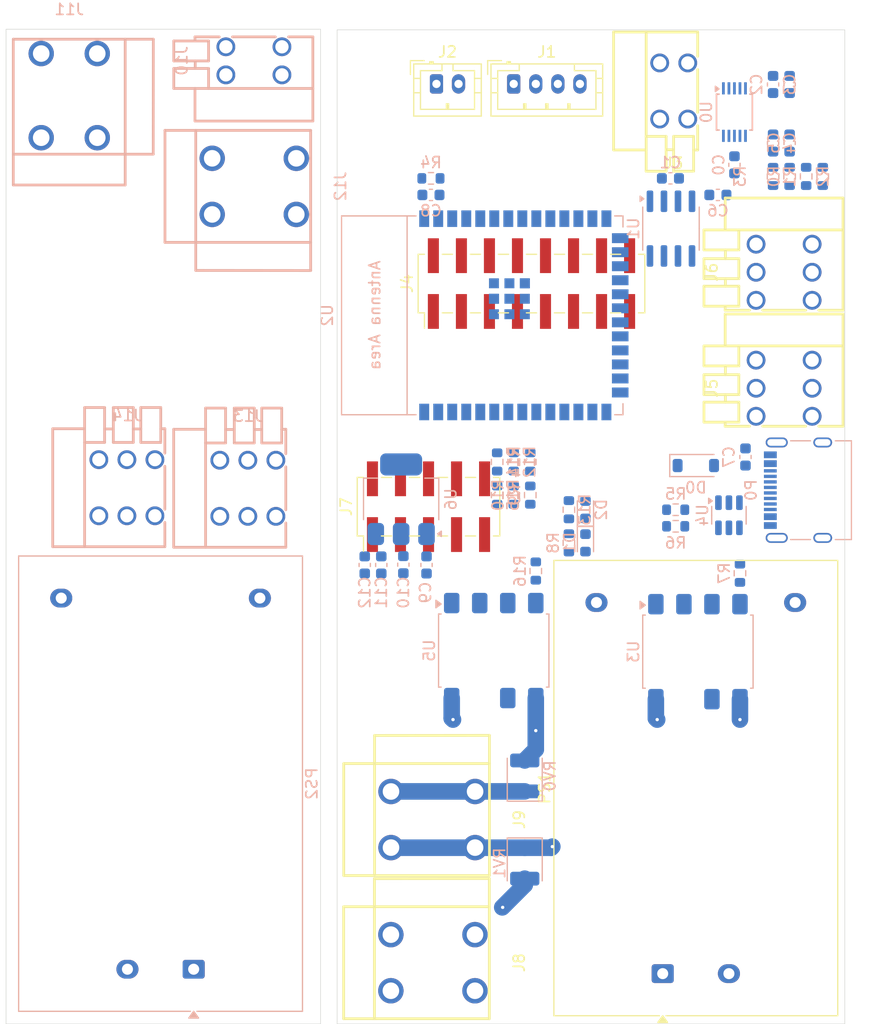
<source format=kicad_pcb>
(kicad_pcb (version 20241229) (generator "pcbnew") (generator_version "9.0")
  (layers (0 "F.Cu" signal) (4 "In1.Cu" signal) (6 "In2.Cu" signal) (2 "B.Cu" signal) (13 "F.Paste" user) (15 "B.Paste" user) (5 "F.SilkS" user "F.Silkscreen") (7 "B.SilkS" user "B.Silkscreen") (1 "F.Mask" user) (3 "B.Mask" user) (25 "Edge.Cuts" user))
  (net 0 "")
  (net 1 "GND")
  (net 2 "5V")
  (net 3 "HEATER")
  (net 4 "BREW_BTN")
  (net 5 "3.3V")
  (net 6 "SPI_MOSI")
  (net 7 "I2C_SCL")
  (net 8 "I2C_SDA")
  (net 9 "RDY")
  (net 10 "VALVE")
  (net 11 "/A13")
  (net 12 "SPI_CLK")
  (net 13 "STEAM_BTN")
  (net 14 "/A1")
  (net 15 "/A12")
  (net 16 "PUMP")
  (net 17 "/A3")
  (net 18 "USB_D+")
  (net 19 "/A2")
  (net 20 "/A4")
  (net 21 "MAX_SPI_CS")
  (net 22 "/A0")
  (net 23 "SPI_MISO")
  (net 24 "/K-Probe T+")
  (net 25 "/K-Probe T-")
  (net 26 "PRESSURE")
  (net 27 "USB_D-")
  (net 28 "BOOT")
  (net 29 "EN")
  (net 30 "/A9")
  (net 31 "HV_L")
  (net 32 "AIN1")
  (net 33 "AIN3")
  (net 34 "AIN2")
  (net 35 "ALT")
  (net 36 "Net-(U0-AIN0)")
  (net 37 "HV_N")
  (net 38 "HV_VALVE")
  (net 39 "HV_PUMP")
  (net 40 "Net-(U0-AIN1)")
  (net 41 "Net-(U0-AIN2)")
  (net 42 "Net-(U0-AIN3)")
  (net 43 "Net-(D0-A)")
  (net 44 "Net-(D2-K)")
  (net 45 "/A5")
  (net 46 "/A11")
  (net 47 "/A7")
  (net 48 "/A8")
  (net 49 "/A10")
  (net 50 "/A6")
  (net 51 "Net-(D1-K)")
  (net 68 "Net-(P0-D-)")
  (net 69 "Net-(P0-CC)")
  (net 70 "Net-(P0-D+)")
  (net 74 "Net-(P0-VCONN)")
  (net 75 "Net-(R7-Pad2)")
  (net 85 "Net-(R16-Pad2)")
  (footprint "Connector_PinHeader_2.54mm:PinHeader_2x05_P2.54mm_Vertical_SMD" (layer "F.Cu") (at 118.28 93.225 90)
    (property "Reference" "J7" (at 0 -7.46 90) (layer "F.SilkS"))
    (property "Value" "Debug Pins")
    (pad "1" smd rect (at -2.525 -5.08 90) (size 3.15 1) (layers "F.Cu" "F.Mask" "F.Paste") (net 23 "SPI_MISO"))
    (pad "2" smd rect (at 2.525 -5.08 90) (size 3.15 1) (layers "F.Cu" "F.Mask" "F.Paste") (net 10 "VALVE"))
    (pad "3" smd rect (at -2.525 -2.54 90) (size 3.15 1) (layers "F.Cu" "F.Mask" "F.Paste") (net 6 "SPI_MOSI"))
    (pad "4" smd rect (at 2.525 -2.54 90) (size 3.15 1) (layers "F.Cu" "F.Mask" "F.Paste") (net 16 "PUMP"))
    (pad "5" smd rect (at -2.525 0 90) (size 3.15 1) (layers "F.Cu" "F.Mask" "F.Paste") (net 12 "SPI_CLK"))
    (pad "6" smd rect (at 2.525 0 90) (size 3.15 1) (layers "F.Cu" "F.Mask" "F.Paste") (net 4 "BREW_BTN"))
    (pad "7" smd rect (at -2.525 2.54 90) (size 3.15 1) (layers "F.Cu" "F.Mask" "F.Paste") (net 21 "MAX_SPI_CS"))
    (pad "8" smd rect (at 2.525 2.54 90) (size 3.15 1) (layers "F.Cu" "F.Mask" "F.Paste") (net 13 "STEAM_BTN"))
    (pad "9" smd rect (at -2.525 5.08 90) (size 3.15 1) (layers "F.Cu" "F.Mask" "F.Paste") (net 3 "HEATER"))
    (pad "10" smd rect (at 2.525 5.08 90) (size 3.15 1) (layers "F.Cu" "F.Mask" "F.Paste") (net 35 "ALT"))
  )
  (footprint "easyeda2kicad:CONN-TH_3P-P2.54_DIBO_DB141V-2.54-3P" (layer "F.Cu") (at 150.5 82.5 90)
    (property "Reference" "J5" (at 0 -6.54 90) (layer "F.SilkS"))
    (property "Value" "Analog sensors")
    (pad "1" thru_hole circle (at -2.54 -2.54 90) (size 1.7 1.7) (drill 1.199998) (layers "*.Cu" "*.Mask") (net 33 "AIN3"))
    (pad "1" thru_hole circle (at -2.54 2.54 90) (size 1.7 1.7) (drill 1.199998) (layers "*.Cu" "*.Mask") (net 33 "AIN3"))
    (pad "2" thru_hole circle (at 0 -2.54 90) (size 1.7 1.7) (drill 1.199998) (layers "*.Cu" "*.Mask") (net 34 "AIN2"))
    (pad "2" thru_hole circle (at 0 2.54 90) (size 1.7 1.7) (drill 1.199998) (layers "*.Cu" "*.Mask") (net 34 "AIN2"))
    (pad "3" thru_hole circle (at 2.54 -2.54 90) (size 1.7 1.7) (drill 1.199998) (layers "*.Cu" "*.Mask") (net 32 "AIN1"))
    (pad "3" thru_hole circle (at 2.54 2.54 90) (size 1.7 1.7) (drill 1.199998) (layers "*.Cu" "*.Mask") (net 32 "AIN1"))
  )
  (footprint "easyeda2kicad:CONN-TH_3P-P2.54_DIBO_DB141V-2.54-3P" (layer "F.Cu") (at 150.5 72 90)
    (property "Reference" "J6" (at 0 -6.54 90) (layer "F.SilkS"))
    (property "Value" "Pressure Sensor")
    (pad "1" thru_hole circle (at -2.54 -2.54 90) (size 1.7 1.7) (drill 1.199998) (layers "*.Cu" "*.Mask") (net 2 "5V"))
    (pad "1" thru_hole circle (at -2.54 2.54 90) (size 1.7 1.7) (drill 1.199998) (layers "*.Cu" "*.Mask") (net 2 "5V"))
    (pad "2" thru_hole circle (at 0 -2.54 90) (size 1.7 1.7) (drill 1.199998) (layers "*.Cu" "*.Mask") (net 26 "PRESSURE"))
    (pad "2" thru_hole circle (at 0 2.54 90) (size 1.7 1.7) (drill 1.199998) (layers "*.Cu" "*.Mask") (net 26 "PRESSURE"))
    (pad "3" thru_hole circle (at 2.54 -2.54 90) (size 1.7 1.7) (drill 1.199998) (layers "*.Cu" "*.Mask") (net 1 "GND"))
    (pad "3" thru_hole circle (at 2.54 2.54 90) (size 1.7 1.7) (drill 1.199998) (layers "*.Cu" "*.Mask") (net 1 "GND"))
  )
  (footprint "Connector_JST:JST_PH_B4B-PH-K_1x04_P2.00mm_Vertical" (layer "F.Cu") (at 126 54.95)
    (property "Reference" "J1" (at 3 -2.9 0) (layer "F.SilkS"))
    (property "Value" "BTNS")
    (pad "1" thru_hole roundrect (at 0 0) (size 1.2 1.75) (drill 0.75) (layers "*.Cu" "*.Mask") (roundrect_rratio 0.208333) (net 4 "BREW_BTN"))
    (pad "2" thru_hole oval (at 2 0) (size 1.2 1.75) (drill 0.75) (layers "*.Cu" "*.Mask") (net 13 "STEAM_BTN"))
    (pad "3" thru_hole oval (at 4 0) (size 1.2 1.75) (drill 0.75) (layers "*.Cu" "*.Mask") (net 1 "GND"))
    (pad "4" thru_hole oval (at 6 0) (size 1.2 1.75) (drill 0.75) (layers "*.Cu" "*.Mask") (net 1 "GND"))
  )
  (footprint "Connector_JST:JST_PH_B2B-PH-K_1x02_P2.00mm_Vertical" (layer "F.Cu") (at 119 54.95)
    (property "Reference" "J2" (at 1 -2.9 0) (layer "F.SilkS"))
    (property "Value" "Heater SSR")
    (pad "1" thru_hole roundrect (at 0 0) (size 1.2 1.75) (drill 0.75) (layers "*.Cu" "*.Mask") (roundrect_rratio 0.208333) (net 3 "HEATER"))
    (pad "2" thru_hole oval (at 2 0) (size 1.2 1.75) (drill 0.75) (layers "*.Cu" "*.Mask") (net 1 "GND"))
  )
  (footprint "Connector_PinHeader_2.54mm:PinHeader_2x08_P2.54mm_Vertical_SMD" (layer "F.Cu") (at 127.61 73.025 90)
    (property "Reference" "J4" (at 0 -11.27 90) (layer "F.SilkS"))
    (property "Value" "Conn_02x08_Odd_Even")
    (pad "1" smd rect (at -2.525 -8.89 90) (size 3.15 1) (layers "F.Cu" "F.Mask" "F.Paste") (net 22 "/A0"))
    (pad "2" smd rect (at 2.525 -8.89 90) (size 3.15 1) (layers "F.Cu" "F.Mask" "F.Paste") (net 50 "/A6"))
    (pad "3" smd rect (at -2.525 -6.35 90) (size 3.15 1) (layers "F.Cu" "F.Mask" "F.Paste") (net 14 "/A1"))
    (pad "4" smd rect (at 2.525 -6.35 90) (size 3.15 1) (layers "F.Cu" "F.Mask" "F.Paste") (net 47 "/A7"))
    (pad "5" smd rect (at -2.525 -3.81 90) (size 3.15 1) (layers "F.Cu" "F.Mask" "F.Paste") (net 19 "/A2"))
    (pad "6" smd rect (at 2.525 -3.81 90) (size 3.15 1) (layers "F.Cu" "F.Mask" "F.Paste") (net 48 "/A8"))
    (pad "7" smd rect (at -2.525 -1.27 90) (size 3.15 1) (layers "F.Cu" "F.Mask" "F.Paste") (net 17 "/A3"))
    (pad "8" smd rect (at 2.525 -1.27 90) (size 3.15 1) (layers "F.Cu" "F.Mask" "F.Paste") (net 30 "/A9"))
    (pad "9" smd rect (at -2.525 1.27 90) (size 3.15 1) (layers "F.Cu" "F.Mask" "F.Paste") (net 20 "/A4"))
    (pad "10" smd rect (at 2.525 1.27 90) (size 3.15 1) (layers "F.Cu" "F.Mask" "F.Paste") (net 49 "/A10"))
    (pad "11" smd rect (at -2.525 3.81 90) (size 3.15 1) (layers "F.Cu" "F.Mask" "F.Paste") (net 45 "/A5"))
    (pad "12" smd rect (at 2.525 3.81 90) (size 3.15 1) (layers "F.Cu" "F.Mask" "F.Paste") (net 46 "/A11"))
    (pad "13" smd rect (at -2.525 6.35 90) (size 3.15 1) (layers "F.Cu" "F.Mask" "F.Paste") (net 5 "3.3V"))
    (pad "14" smd rect (at 2.525 6.35 90) (size 3.15 1) (layers "F.Cu" "F.Mask" "F.Paste") (net 1 "GND"))
    (pad "15" smd rect (at -2.525 8.89 90) (size 3.15 1) (layers "F.Cu" "F.Mask" "F.Paste") (net 2 "5V"))
    (pad "16" smd rect (at 2.525 8.89 90) (size 3.15 1) (layers "F.Cu" "F.Mask" "F.Paste") (net 1 "GND"))
  )
  (footprint "easyeda2kicad:CONN-TH_2P-P5.08_DIBO_DB142V-5.08-2P" (layer "F.Cu") (at 118.69 121.55 -90)
    (property "Reference" "J9" (at 0 -7.81 90) (layer "F.SilkS"))
    (property "Value" "Relays")
    (pad "1" thru_hole circle (at -2.54 -3.81 270) (size 2.3 2.3) (drill 1.500022) (layers "*.Cu" "*.Mask") (net 38 "HV_VALVE"))
    (pad "1" thru_hole circle (at -2.54 3.81 270) (size 2.3 2.3) (drill 1.500022) (layers "*.Cu" "*.Mask") (net 38 "HV_VALVE"))
    (pad "2" thru_hole circle (at 2.54 -3.81 270) (size 2.3 2.3) (drill 1.500022) (layers "*.Cu" "*.Mask") (net 39 "HV_PUMP"))
    (pad "2" thru_hole circle (at 2.54 3.81 270) (size 2.3 2.3) (drill 1.500022) (layers "*.Cu" "*.Mask") (net 39 "HV_PUMP"))
  )
  (footprint "Converter_ACDC:Converter_ACDC_Hi-Link_HLK-5Mxx" (layer "F.Cu") (at 139.5 135.5 90)
    (property "Reference" "PS1" (at 16.8 -10.7 90) (layer "F.SilkS"))
    (property "Value" "HLK-5M05")
    (pad "1" thru_hole roundrect (at 0 0 90) (size 1.7 2) (drill 1) (layers "*.Cu" "*.Mask") (roundrect_rratio 0.147059) (net 31 "HV_L"))
    (pad "2" thru_hole oval (at 0 6 90) (size 1.7 2) (drill 1) (layers "*.Cu" "*.Mask") (net 37 "HV_N"))
    (pad "3" thru_hole oval (at 33.6 -6 90) (size 1.7 2) (drill 1) (layers "*.Cu" "*.Mask") (net 1 "GND"))
    (pad "4" thru_hole oval (at 33.6 12 90) (size 1.7 2) (drill 1) (layers "*.Cu" "*.Mask") (net 2 "5V"))
  )
  (footprint "easyeda2kicad:CONN-TH_2P-P5.08_DIBO_DB142V-5.08-2P" (layer "F.Cu") (at 118.68 134.51 -90)
    (property "Reference" "J8" (at 0 -7.81 90) (layer "F.SilkS"))
    (property "Value" "HV In")
    (pad "1" thru_hole circle (at -2.54 -3.81 270) (size 2.3 2.3) (drill 1.500022) (layers "*.Cu" "*.Mask") (net 31 "HV_L"))
    (pad "1" thru_hole circle (at -2.54 3.81 270) (size 2.3 2.3) (drill 1.500022) (layers "*.Cu" "*.Mask") (net 31 "HV_L"))
    (pad "2" thru_hole circle (at 2.54 -3.81 270) (size 2.3 2.3) (drill 1.500022) (layers "*.Cu" "*.Mask") (net 37 "HV_N"))
    (pad "2" thru_hole circle (at 2.54 3.81 270) (size 2.3 2.3) (drill 1.500022) (layers "*.Cu" "*.Mask") (net 37 "HV_N"))
  )
  (footprint "easyeda2kicad:CONN-TH_2P-P2.54_DIBO_DB141V-2.54-2P" (layer "F.Cu") (at 140.5 55.59 180)
    (property "Reference" "J3" (at 0 -6.54 0) (layer "F.SilkS"))
    (property "Value" "K-Type probe")
    (pad "1" thru_hole circle (at -1.27 -2.54 180) (size 1.7 1.7) (drill 1.199998) (layers "*.Cu" "*.Mask") (net 24 "/K-Probe T+"))
    (pad "1" thru_hole circle (at -1.27 2.54 180) (size 1.7 1.7) (drill 1.199998) (layers "*.Cu" "*.Mask") (net 24 "/K-Probe T+"))
    (pad "2" thru_hole circle (at 1.27 -2.54 180) (size 1.7 1.7) (drill 1.199998) (layers "*.Cu" "*.Mask") (net 25 "/K-Probe T-"))
    (pad "2" thru_hole circle (at 1.27 2.54 180) (size 1.7 1.7) (drill 1.199998) (layers "*.Cu" "*.Mask") (net 25 "/K-Probe T-"))
  )
  (footprint "Package_SO:SSO-7-8_6.4x9.78mm_P2.54mm" (layer "B.Cu") (at 142.69 106.35 -90)
    (property "Reference" "U3" (at 0 5.84 90) (layer "B.SilkS") (effects (justify mirror)))
    (property "Value" "AQH2223A")
    (pad "1" smd roundrect (at -4.3 3.81 270) (size 1.85 1.4) (layers "B.Cu" "B.Mask" "B.Paste") (roundrect_rratio 0.178571) (net 75 "Net-(R7-Pad2)"))
    (pad "2" smd roundrect (at -4.3 1.27 270) (size 1.85 1.4) (layers "B.Cu" "B.Mask" "B.Paste") (roundrect_rratio 0.178571) (net 16 "PUMP"))
    (pad "3" smd roundrect (at -4.3 -1.27 270) (size 1.85 1.4) (layers "B.Cu" "B.Mask" "B.Paste") (roundrect_rratio 0.178571) (net 75 "Net-(R7-Pad2)"))
    (pad "4" smd roundrect (at -4.3 -3.81 270) (size 1.85 1.4) (layers "B.Cu" "B.Mask" "B.Paste") (roundrect_rratio 0.178571) (net 75 "Net-(R7-Pad2)"))
    (pad "5" smd roundrect (at 4.3 -3.81 270) (size 1.85 1.4) (layers "B.Cu" "B.Mask" "B.Paste") (roundrect_rratio 0.178571) (net 31 "HV_L"))
    (pad "6" smd roundrect (at 4.3 -1.27 270) (size 1.85 1.4) (layers "B.Cu" "B.Mask" "B.Paste") (roundrect_rratio 0.178571))
    (pad "8" smd roundrect (at 4.3 3.81 270) (size 1.85 1.4) (layers "B.Cu" "B.Mask" "B.Paste") (roundrect_rratio 0.178571) (net 39 "HV_PUMP"))
  )
  (footprint "Resistor_SMD:R_0603_1608Metric" (layer "B.Cu") (at 140.675 95 180)
    (property "Reference" "R6" (at 0 -1.5 0) (layer "B.SilkS") (effects (justify mirror)))
    (property "Value" "5.1k")
    (pad "1" smd roundrect (at -0.825 0 180) (size 0.8 0.95) (layers "B.Cu" "B.Mask" "B.Paste") (net 74 "Net-(P0-VCONN)"))
    (pad "2" smd roundrect (at 0.825 0 180) (size 0.8 0.95) (layers "B.Cu" "B.Mask" "B.Paste") (net 1 "GND"))
  )
  (footprint "Capacitor_SMD:C_0603_1608Metric" (layer "B.Cu") (at 118.1 98.5 -90)
    (property "Reference" "C9" (at 2.5 0.1 90) (layer "B.SilkS") (effects (justify mirror)))
    (property "Value" "22uF")
    (pad "1" smd roundrect (at -0.775 0 270) (size 0.9 0.95) (layers "B.Cu" "B.Mask" "B.Paste") (net 5 "3.3V"))
    (pad "2" smd roundrect (at 0.775 0 270) (size 0.9 0.95) (layers "B.Cu" "B.Mask" "B.Paste") (net 1 "GND"))
  )
  (footprint "Resistor_SMD:R_0603_1608Metric" (layer "B.Cu") (at 127.5 92.175 -90)
    (property "Reference" "R9" (at 0 1.43 90) (layer "B.SilkS") (effects (justify mirror)))
    (property "Value" "10k")
    (pad "1" smd roundrect (at -0.825 0 270) (size 0.8 0.95) (layers "B.Cu" "B.Mask" "B.Paste") (net 5 "3.3V"))
    (pad "2" smd roundrect (at 0.825 0 270) (size 0.8 0.95) (layers "B.Cu" "B.Mask" "B.Paste") (net 4 "BREW_BTN"))
  )
  (footprint "Package_SO:SOIC-8_3.9x4.9mm_P1.27mm" (layer "B.Cu") (at 140.25 68.05 -90)
    (property "Reference" "U1" (at 0 3.4 90) (layer "B.SilkS") (effects (justify mirror)))
    (property "Value" "MAX31855KASA")
    (pad "1" smd roundrect (at -2.475 1.905 270) (size 1.95 0.6) (layers "B.Cu" "B.Mask" "B.Paste") (net 1 "GND"))
    (pad "2" smd roundrect (at -2.475 0.635 270) (size 1.95 0.6) (layers "B.Cu" "B.Mask" "B.Paste") (net 25 "/K-Probe T-"))
    (pad "3" smd roundrect (at -2.475 -0.635 270) (size 1.95 0.6) (layers "B.Cu" "B.Mask" "B.Paste") (net 24 "/K-Probe T+"))
    (pad "4" smd roundrect (at -2.475 -1.905 270) (size 1.95 0.6) (layers "B.Cu" "B.Mask" "B.Paste") (net 5 "3.3V"))
    (pad "5" smd roundrect (at 2.475 -1.905 270) (size 1.95 0.6) (layers "B.Cu" "B.Mask" "B.Paste") (net 12 "SPI_CLK"))
    (pad "6" smd roundrect (at 2.475 -0.635 270) (size 1.95 0.6) (layers "B.Cu" "B.Mask" "B.Paste") (net 23 "SPI_MISO"))
    (pad "7" smd roundrect (at 2.475 0.635 270) (size 1.95 0.6) (layers "B.Cu" "B.Mask" "B.Paste") (net 21 "MAX_SPI_CS"))
    (pad "8" smd roundrect (at 2.475 1.905 270) (size 1.95 0.6) (layers "B.Cu" "B.Mask" "B.Paste"))
  )
  (footprint "Resistor_SMD:R_0603_1608Metric" (layer "B.Cu") (at 146.5 99.25 -90)
    (property "Reference" "R7" (at 0 1.43 90) (layer "B.SilkS") (effects (justify mirror)))
    (property "Value" "150")
    (pad "1" smd roundrect (at -0.825 0 270) (size 0.8 0.95) (layers "B.Cu" "B.Mask" "B.Paste") (net 1 "GND"))
    (pad "2" smd roundrect (at 0.825 0 270) (size 0.8 0.95) (layers "B.Cu" "B.Mask" "B.Paste") (net 75 "Net-(R7-Pad2)"))
  )
  (footprint "Capacitor_SMD:C_0603_1608Metric" (layer "B.Cu") (at 149.5 55 -90)
    (property "Reference" "C3" (at 0 -1.5 90) (layer "B.SilkS") (effects (justify mirror)))
    (property "Value" "22nF")
    (pad "1" smd roundrect (at -0.775 0 270) (size 0.9 0.95) (layers "B.Cu" "B.Mask" "B.Paste") (net 1 "GND"))
    (pad "2" smd roundrect (at 0.775 0 270) (size 0.9 0.95) (layers "B.Cu" "B.Mask" "B.Paste") (net 40 "Net-(U0-AIN1)"))
  )
  (footprint "Capacitor_SMD:C_0603_1608Metric" (layer "B.Cu") (at 140.2 63.5 180)
    (property "Reference" "C1" (at 0 1.43 0) (layer "B.SilkS") (effects (justify mirror)))
    (property "Value" "10nF")
    (pad "1" smd roundrect (at -0.775 0 180) (size 0.9 0.95) (layers "B.Cu" "B.Mask" "B.Paste") (net 24 "/K-Probe T+"))
    (pad "2" smd roundrect (at 0.775 0 180) (size 0.9 0.95) (layers "B.Cu" "B.Mask" "B.Paste") (net 25 "/K-Probe T-"))
  )
  (footprint "Package_SO:SSO-7-8_6.4x9.78mm_P2.54mm" (layer "B.Cu") (at 124.19 106.25 -90)
    (property "Reference" "U5" (at 0 5.84 90) (layer "B.SilkS") (effects (justify mirror)))
    (property "Value" "AQH2223A")
    (pad "1" smd roundrect (at -4.3 3.81 270) (size 1.85 1.4) (layers "B.Cu" "B.Mask" "B.Paste") (roundrect_rratio 0.178571) (net 85 "Net-(R16-Pad2)"))
    (pad "2" smd roundrect (at -4.3 1.27 270) (size 1.85 1.4) (layers "B.Cu" "B.Mask" "B.Paste") (roundrect_rratio 0.178571) (net 10 "VALVE"))
    (pad "3" smd roundrect (at -4.3 -1.27 270) (size 1.85 1.4) (layers "B.Cu" "B.Mask" "B.Paste") (roundrect_rratio 0.178571) (net 85 "Net-(R16-Pad2)"))
    (pad "4" smd roundrect (at -4.3 -3.81 270) (size 1.85 1.4) (layers "B.Cu" "B.Mask" "B.Paste") (roundrect_rratio 0.178571) (net 85 "Net-(R16-Pad2)"))
    (pad "5" smd roundrect (at 4.3 -3.81 270) (size 1.85 1.4) (layers "B.Cu" "B.Mask" "B.Paste") (roundrect_rratio 0.178571) (net 31 "HV_L"))
    (pad "6" smd roundrect (at 4.3 -1.27 270) (size 1.85 1.4) (layers "B.Cu" "B.Mask" "B.Paste") (roundrect_rratio 0.178571))
    (pad "8" smd roundrect (at 4.3 3.81 270) (size 1.85 1.4) (layers "B.Cu" "B.Mask" "B.Paste") (roundrect_rratio 0.178571) (net 38 "HV_VALVE"))
  )
  (footprint "Capacitor_SMD:C_0603_1608Metric" (layer "B.Cu") (at 112.5 98.5 -90)
    (property "Reference" "C12" (at 2.5 0 90) (layer "B.SilkS") (effects (justify mirror)))
    (property "Value" "10uF")
    (pad "1" smd roundrect (at -0.775 0 270) (size 0.9 0.95) (layers "B.Cu" "B.Mask" "B.Paste") (net 2 "5V"))
    (pad "2" smd roundrect (at 0.775 0 270) (size 0.9 0.95) (layers "B.Cu" "B.Mask" "B.Paste") (net 1 "GND"))
  )
  (footprint "Resistor_SMD:R_0603_1608Metric" (layer "B.Cu") (at 124.5 92.175 90)
    (property "Reference" "R15" (at 0 1.43 90) (layer "B.SilkS") (effects (justify mirror)))
    (property "Value" "10k")
    (pad "1" smd roundrect (at -0.825 0 90) (size 0.8 0.95) (layers "B.Cu" "B.Mask" "B.Paste") (net 13 "STEAM_BTN"))
    (pad "2" smd roundrect (at 0.825 0 90) (size 0.8 0.95) (layers "B.Cu" "B.Mask" "B.Paste") (net 5 "3.3V"))
  )
  (footprint "Resistor_SMD:R_0603_1608Metric" (layer "B.Cu") (at 131 93.5 90)
    (property "Reference" "R13" (at 0 1.43 90) (layer "B.SilkS") (effects (justify mirror)))
    (property "Value" "150")
    (pad "1" smd roundrect (at -0.825 0 90) (size 0.8 0.95) (layers "B.Cu" "B.Mask" "B.Paste") (net 44 "Net-(D2-K)"))
    (pad "2" smd roundrect (at 0.825 0 90) (size 0.8 0.95) (layers "B.Cu" "B.Mask" "B.Paste") (net 1 "GND"))
  )
  (footprint "LED_SMD:LED_0603_1608Metric" (layer "B.Cu") (at 132.5 96.5 -90)
    (property "Reference" "D1" (at 0 1.43 90) (layer "B.SilkS") (effects (justify mirror)))
    (property "Value" "5V LED")
    (pad "1" smd roundrect (at -0.7875 0 270) (size 0.875 0.95) (layers "B.Cu" "B.Mask" "B.Paste") (net 51 "Net-(D1-K)"))
    (pad "2" smd roundrect (at 0.7875 0 270) (size 0.875 0.95) (layers "B.Cu" "B.Mask" "B.Paste") (net 2 "5V"))
  )
  (footprint "Connector_USB:USB_C_Receptacle_Palconn_UTC16-G" (layer "B.Cu") (at 151.76 91.73 -90)
    (property "Reference" "P0" (at 0 4.26 90) (layer "B.SilkS") (effects (justify mirror)))
    (property "Value" "USB_C_Plug_USB2.0")
    (pad "" np_thru_hole circle (at -2.89 1.45 90) (size 0.6 0.6) (drill 0.6) (layers "F&B.Cu" "*.Mask"))
    (pad "" np_thru_hole circle (at 2.89 1.45 90) (size 0.6 0.6) (drill 0.6) (layers "F&B.Cu" "*.Mask"))
    (pad "A1" smd rect (at -3.2 2.51 270) (size 0.6 1.16) (layers "B.Cu" "B.Mask" "B.Paste") (net 1 "GND"))
    (pad "A4" smd rect (at -2.4 2.51 270) (size 0.6 1.16) (layers "B.Cu" "B.Mask" "B.Paste") (net 43 "Net-(D0-A)"))
    (pad "A5" smd rect (at -1.25 2.51 90) (size 0.3 1.16) (layers "B.Cu" "B.Mask" "B.Paste") (net 69 "Net-(P0-CC)"))
    (pad "A6" smd rect (at -0.25 2.51 90) (size 0.3 1.16) (layers "B.Cu" "B.Mask" "B.Paste") (net 70 "Net-(P0-D+)"))
    (pad "A7" smd rect (at 0.25 2.51 90) (size 0.3 1.16) (layers "B.Cu" "B.Mask" "B.Paste") (net 68 "Net-(P0-D-)"))
    (pad "A8" smd rect (at 1.25 2.51 90) (size 0.3 1.16) (layers "B.Cu" "B.Mask" "B.Paste"))
    (pad "A9" smd rect (at 2.4 2.51 270) (size 0.6 1.16) (layers "B.Cu" "B.Mask" "B.Paste") (net 43 "Net-(D0-A)"))
    (pad "A12" smd rect (at 3.2 2.51 270) (size 0.6 1.16) (layers "B.Cu" "B.Mask" "B.Paste") (net 1 "GND"))
    (pad "B1" smd rect (at 3.2 2.51 270) (size 0.6 1.16) (layers "B.Cu" "B.Mask" "B.Paste") (net 1 "GND"))
    (pad "B4" smd rect (at 2.4 2.51 270) (size 0.6 1.16) (layers "B.Cu" "B.Mask" "B.Paste") (net 43 "Net-(D0-A)"))
    (pad "B5" smd rect (at 1.75 2.51 90) (size 0.3 1.16) (layers "B.Cu" "B.Mask" "B.Paste") (net 74 "Net-(P0-VCONN)"))
    (pad "B6" smd rect (at 0.75 2.51 90) (size 0.3 1.16) (layers "B.Cu" "B.Mask" "B.Paste"))
    (pad "B7" smd rect (at -0.75 2.51 90) (size 0.3 1.16) (layers "B.Cu" "B.Mask" "B.Paste"))
    (pad "B8" smd rect (at -1.75 2.51 90) (size 0.3 1.16) (layers "B.Cu" "B.Mask" "B.Paste"))
    (pad "B9" smd rect (at -2.4 2.51 270) (size 0.6 1.16) (layers "B.Cu" "B.Mask" "B.Paste") (net 43 "Net-(D0-A)"))
    (pad "B12" smd rect (at -3.2 2.51 270) (size 0.6 1.16) (layers "B.Cu" "B.Mask" "B.Paste") (net 1 "GND"))
    (pad "S1" thru_hole oval (at -4.32 -2.24 180) (size 1.7 0.9) (drill oval 1.4 0.6) (property pad_prop_heatsink) (layers "*.Cu" "*.Mask") (net 1 "GND"))
    (pad "S1" thru_hole oval (at -4.32 1.93 180) (size 2 0.9) (drill oval 1.7 0.6) (property pad_prop_heatsink) (layers "*.Cu" "*.Mask") (net 1 "GND"))
    (pad "S1" thru_hole oval (at 4.32 -2.24 180) (size 1.7 0.9) (drill oval 1.4 0.6) (property pad_prop_heatsink) (layers "*.Cu" "*.Mask") (net 1 "GND"))
    (pad "S1" thru_hole oval (at 4.32 1.93 180) (size 2 0.9) (drill oval 1.7 0.6) (property pad_prop_heatsink) (layers "*.Cu" "*.Mask") (net 1 "GND"))
  )
  (footprint "PCM_Espressif:ESP32-S3-WROOM-1" (layer "B.Cu") (at 126.15 75.9 -90)
    (property "Reference" "U2" (at 0 17.05 90) (layer "B.SilkS") (effects (justify mirror)))
    (property "Value" "ESP32-S3-WROOM-1")
    (fp_text user "Antenna Area" (at 0 12.75 90) (layer "B.SilkS") (effects (justify mirror)))
    (pad "1" smd rect (at -8.75 8.26 270) (size 1.5 0.9) (layers "B.Cu" "B.Mask" "B.Paste") (net 1 "GND"))
    (pad "2" smd rect (at -8.75 6.99 270) (size 1.5 0.9) (layers "B.Cu" "B.Mask" "B.Paste") (net 5 "3.3V"))
    (pad "3" smd rect (at -8.75 5.72 270) (size 1.5 0.9) (layers "B.Cu" "B.Mask" "B.Paste") (net 29 "EN"))
    (pad "4" smd rect (at -8.75 4.45 270) (size 1.5 0.9) (layers "B.Cu" "B.Mask" "B.Paste") (net 23 "SPI_MISO"))
    (pad "5" smd rect (at -8.75 3.18 270) (size 1.5 0.9) (layers "B.Cu" "B.Mask" "B.Paste") (net 6 "SPI_MOSI"))
    (pad "6" smd rect (at -8.75 1.91 270) (size 1.5 0.9) (layers "B.Cu" "B.Mask" "B.Paste") (net 12 "SPI_CLK"))
    (pad "7" smd rect (at -8.75 0.64 270) (size 1.5 0.9) (layers "B.Cu" "B.Mask" "B.Paste") (net 21 "MAX_SPI_CS"))
    (pad "8" smd rect (at -8.75 -0.63 270) (size 1.5 0.9) (layers "B.Cu" "B.Mask" "B.Paste"))
    (pad "9" smd rect (at -8.75 -1.9 270) (size 1.5 0.9) (layers "B.Cu" "B.Mask" "B.Paste"))
    (pad "10" smd rect (at -8.75 -3.17 270) (size 1.5 0.9) (layers "B.Cu" "B.Mask" "B.Paste") (net 30 "/A9"))
    (pad "11" smd rect (at -8.75 -4.44 270) (size 1.5 0.9) (layers "B.Cu" "B.Mask" "B.Paste") (net 49 "/A10"))
    (pad "12" smd rect (at -8.75 -5.71 270) (size 1.5 0.9) (layers "B.Cu" "B.Mask" "B.Paste") (net 45 "/A5"))
    (pad "13" smd rect (at -8.75 -6.98 270) (size 1.5 0.9) (layers "B.Cu" "B.Mask" "B.Paste") (net 27 "USB_D-"))
    (pad "14" smd rect (at -8.75 -8.25 270) (size 1.5 0.9) (layers "B.Cu" "B.Mask" "B.Paste") (net 18 "USB_D+"))
    (pad "15" smd rect (at -6.985 -9.5 180) (size 1.5 0.9) (layers "B.Cu" "B.Mask" "B.Paste") (net 20 "/A4"))
    (pad "16" smd rect (at -5.715 -9.5 180) (size 1.5 0.9) (layers "B.Cu" "B.Mask" "B.Paste") (net 11 "/A13"))
    (pad "17" smd rect (at -4.445 -9.5 180) (size 1.5 0.9) (layers "B.Cu" "B.Mask" "B.Paste") (net 16 "PUMP"))
    (pad "18" smd rect (at -3.175 -9.5 180) (size 1.5 0.9) (layers "B.Cu" "B.Mask" "B.Paste") (net 10 "VALVE"))
    (pad "19" smd rect (at -1.905 -9.5 180) (size 1.5 0.9) (layers "B.Cu" "B.Mask" "B.Paste") (net 50 "/A6"))
    (pad "20" smd rect (at -0.635 -9.5 180) (size 1.5 0.9) (layers "B.Cu" "B.Mask" "B.Paste") (net 47 "/A7"))
    (pad "21" smd rect (at 0.635 -9.5 180) (size 1.5 0.9) (layers "B.Cu" "B.Mask" "B.Paste") (net 48 "/A8"))
    (pad "22" smd rect (at 1.905 -9.5 180) (size 1.5 0.9) (layers "B.Cu" "B.Mask" "B.Paste") (net 3 "HEATER"))
    (pad "23" smd rect (at 3.175 -9.5 180) (size 1.5 0.9) (layers "B.Cu" "B.Mask" "B.Paste") (net 46 "/A11"))
    (pad "24" smd rect (at 4.445 -9.5 180) (size 1.5 0.9) (layers "B.Cu" "B.Mask" "B.Paste") (net 35 "ALT"))
    (pad "25" smd rect (at 5.715 -9.5 180) (size 1.5 0.9) (layers "B.Cu" "B.Mask" "B.Paste") (net 13 "STEAM_BTN"))
    (pad "26" smd rect (at 6.985 -9.5 180) (size 1.5 0.9) (layers "B.Cu" "B.Mask" "B.Paste") (net 15 "/A12"))
    (pad "27" smd rect (at 8.75 -8.25 90) (size 1.5 0.9) (layers "B.Cu" "B.Mask" "B.Paste") (net 28 "BOOT"))
    (pad "28" smd rect (at 8.75 -6.98 90) (size 1.5 0.9) (layers "B.Cu" "B.Mask" "B.Paste"))
    (pad "29" smd rect (at 8.75 -5.71 90) (size 1.5 0.9) (layers "B.Cu" "B.Mask" "B.Paste"))
    (pad "30" smd rect (at 8.75 -4.44 90) (size 1.5 0.9) (layers "B.Cu" "B.Mask" "B.Paste"))
    (pad "31" smd rect (at 8.75 -3.17 90) (size 1.5 0.9) (layers "B.Cu" "B.Mask" "B.Paste") (net 4 "BREW_BTN"))
    (pad "32" smd rect (at 8.75 -1.9 90) (size 1.5 0.9) (layers "B.Cu" "B.Mask" "B.Paste"))
    (pad "33" smd rect (at 8.75 -0.63 90) (size 1.5 0.9) (layers "B.Cu" "B.Mask" "B.Paste") (net 9 "RDY"))
    (pad "34" smd rect (at 8.75 0.64 90) (size 1.5 0.9) (layers "B.Cu" "B.Mask" "B.Paste") (net 7 "I2C_SCL"))
    (pad "35" smd rect (at 8.75 1.91 90) (size 1.5 0.9) (layers "B.Cu" "B.Mask" "B.Paste") (net 8 "I2C_SDA"))
    (pad "36" smd rect (at 8.75 3.18 90) (size 1.5 0.9) (layers "B.Cu" "B.Mask" "B.Paste") (net 14 "/A1"))
    (pad "37" smd rect (at 8.75 4.45 90) (size 1.5 0.9) (layers "B.Cu" "B.Mask" "B.Paste") (net 22 "/A0"))
    (pad "38" smd rect (at 8.75 5.72 90) (size 1.5 0.9) (layers "B.Cu" "B.Mask" "B.Paste") (net 17 "/A3"))
    (pad "39" smd rect (at 8.75 6.99 90) (size 1.5 0.9) (layers "B.Cu" "B.Mask" "B.Paste") (net 19 "/A2"))
    (pad "40" smd rect (at 8.75 8.26 90) (size 1.5 0.9) (layers "B.Cu" "B.Mask" "B.Paste") (net 1 "GND"))
    (pad "41" smd rect (at -2.9 -0.86 90) (size 0.9 0.9) (layers "B.Cu" "B.Mask" "B.Paste") (net 1 "GND"))
    (pad "41" smd rect (at -2.9 -0.86 90) (size 0.9 0.9) (layers "B.Cu" "B.Mask" "B.Paste") (net 1 "GND"))
    (pad "41" smd rect (at -2.9 0.54 90) (size 0.9 0.9) (layers "B.Cu" "B.Mask" "B.Paste") (net 1 "GND"))
    (pad "41" smd rect (at -2.9 1.94 90) (size 0.9 0.9) (layers "B.Cu" "B.Mask" "B.Paste") (net 1 "GND"))
    (pad "41" smd rect (at -1.5 -0.86 90) (size 0.9 0.9) (layers "B.Cu" "B.Mask" "B.Paste") (net 1 "GND"))
    (pad "41" smd rect (at -1.5 0.54 90) (size 0.9 0.9) (layers "B.Cu" "B.Mask" "B.Paste") (net 1 "GND"))
    (pad "41" smd rect (at -1.5 1.94 90) (size 0.9 0.9) (layers "B.Cu" "B.Mask" "B.Paste") (net 1 "GND"))
    (pad "41" smd rect (at -1.5 1.94 90) (size 0.9 0.9) (layers "B.Cu" "B.Mask" "B.Paste") (net 1 "GND"))
    (pad "41" smd rect (at -0.1 -0.86 90) (size 0.9 0.9) (layers "B.Cu" "B.Mask" "B.Paste") (net 1 "GND"))
    (pad "41" smd rect (at -0.1 0.54 90) (size 0.9 0.9) (layers "B.Cu" "B.Mask" "B.Paste") (net 1 "GND"))
    (pad "41" smd rect (at -0.1 1.94 90) (size 0.9 0.9) (layers "B.Cu" "B.Mask" "B.Paste") (net 1 "GND"))
  )
  (footprint "easyeda2kicad:CONN-TH_2P-P5.08_DIBO_DB142V-5.08-2P" (layer "B.Cu") (at 85.725 56.01 180)
    (property "Reference" "J11" (at 0 7.81 0) (layer "B.SilkS") (effects (justify mirror)))
    (property "Value" "HV In")
    (pad "1" thru_hole circle (at -2.54 -3.81 180) (size 2.3 2.3) (drill 1.500022) (layers "*.Cu" "*.Mask"))
    (pad "1" thru_hole circle (at -2.54 3.81 180) (size 2.3 2.3) (drill 1.500022) (layers "*.Cu" "*.Mask"))
    (pad "2" thru_hole circle (at 2.54 -3.81 180) (size 2.3 2.3) (drill 1.500022) (layers "*.Cu" "*.Mask"))
    (pad "2" thru_hole circle (at 2.54 3.81 180) (size 2.3 2.3) (drill 1.500022) (layers "*.Cu" "*.Mask"))
  )
  (footprint "Capacitor_SMD:C_0603_1608Metric" (layer "B.Cu") (at 114 98.5 90)
    (property "Reference" "C11" (at -2.5 0 270) (layer "B.SilkS") (effects (justify mirror)))
    (property "Value" "0.1uF")
    (pad "1" smd roundrect (at -0.775 0 90) (size 0.9 0.95) (layers "B.Cu" "B.Mask" "B.Paste") (net 1 "GND"))
    (pad "2" smd roundrect (at 0.775 0 90) (size 0.9 0.95) (layers "B.Cu" "B.Mask" "B.Paste") (net 2 "5V"))
  )
  (footprint "Resistor_SMD:R_0603_1608Metric" (layer "B.Cu") (at 124.5 89.175 90)
    (property "Reference" "R11" (at 0 1.43 90) (layer "B.SilkS") (effects (justify mirror)))
    (property "Value" "3.3k")
    (pad "1" smd roundrect (at -0.825 0 90) (size 0.8 0.95) (layers "B.Cu" "B.Mask" "B.Paste") (net 5 "3.3V"))
    (pad "2" smd roundrect (at 0.825 0 90) (size 0.8 0.95) (layers "B.Cu" "B.Mask" "B.Paste") (net 8 "I2C_SDA"))
  )
  (footprint "Capacitor_SMD:C_0603_1608Metric" (layer "B.Cu") (at 151 60.3 -90)
    (property "Reference" "C5" (at 0 1.43 90) (layer "B.SilkS") (effects (justify mirror)))
    (property "Value" "22nF")
    (pad "1" smd roundrect (at -0.775 0 270) (size 0.9 0.95) (layers "B.Cu" "B.Mask" "B.Paste") (net 1 "GND"))
    (pad "2" smd roundrect (at 0.775 0 270) (size 0.9 0.95) (layers "B.Cu" "B.Mask" "B.Paste") (net 42 "Net-(U0-AIN3)"))
  )
  (footprint "Resistor_SMD:R_0603_1608Metric" (layer "B.Cu") (at 118.5 63.5 180)
    (property "Reference" "R4" (at 0 1.43 0) (layer "B.SilkS") (effects (justify mirror)))
    (property "Value" "10k")
    (pad "1" smd roundrect (at -0.825 0 180) (size 0.8 0.95) (layers "B.Cu" "B.Mask" "B.Paste") (net 5 "3.3V"))
    (pad "2" smd roundrect (at 0.825 0 180) (size 0.8 0.95) (layers "B.Cu" "B.Mask" "B.Paste") (net 29 "EN"))
  )
  (footprint "easyeda2kicad:CONN-TH_2P-P5.08_DIBO_DB142V-5.08-2P" (layer "B.Cu") (at 102.49 64.225 90)
    (property "Reference" "J12" (at 0 7.81 90) (layer "B.SilkS") (effects (justify mirror)))
    (property "Value" "Relays")
    (pad "1" thru_hole circle (at -2.54 -3.81 90) (size 2.3 2.3) (drill 1.500022) (layers "*.Cu" "*.Mask"))
    (pad "1" thru_hole circle (at -2.54 3.81 90) (size 2.3 2.3) (drill 1.500022) (layers "*.Cu" "*.Mask"))
    (pad "2" thru_hole circle (at 2.54 -3.81 90) (size 2.3 2.3) (drill 1.500022) (layers "*.Cu" "*.Mask"))
    (pad "2" thru_hole circle (at 2.54 3.81 90) (size 2.3 2.3) (drill 1.500022) (layers "*.Cu" "*.Mask"))
  )
  (footprint "Resistor_SMD:R_0603_1608Metric" (layer "B.Cu") (at 127.5 89.175 -90)
    (property "Reference" "R14" (at 0 1.43 90) (layer "B.SilkS") (effects (justify mirror)))
    (property "Value" "10k")
    (pad "1" smd roundrect (at -0.825 0 270) (size 0.8 0.95) (layers "B.Cu" "B.Mask" "B.Paste") (net 28 "BOOT"))
    (pad "2" smd roundrect (at 0.825 0 270) (size 0.8 0.95) (layers "B.Cu" "B.Mask" "B.Paste") (net 5 "3.3V"))
  )
  (footprint "easyeda2kicad:CONN-TH_3P-P2.54_DIBO_DB141V-2.54-3P" (layer "B.Cu") (at 101.91 91.5575 180)
    (property "Reference" "J13" (at 0 6.54 0) (layer "B.SilkS") (effects (justify mirror)))
    (property "Value" "Analog sensors")
    (pad "1" thru_hole circle (at -2.54 -2.54 180) (size 1.7 1.7) (drill 1.199998) (layers "*.Cu" "*.Mask"))
    (pad "1" thru_hole circle (at -2.54 2.54 180) (size 1.7 1.7) (drill 1.199998) (layers "*.Cu" "*.Mask"))
    (pad "2" thru_hole circle (at 0 -2.54 180) (size 1.7 1.7) (drill 1.199998) (layers "*.Cu" "*.Mask"))
    (pad "2" thru_hole circle (at 0 2.54 180) (size 1.7 1.7) (drill 1.199998) (layers "*.Cu" "*.Mask"))
    (pad "3" thru_hole circle (at 2.54 -2.54 180) (size 1.7 1.7) (drill 1.199998) (layers "*.Cu" "*.Mask"))
    (pad "3" thru_hole circle (at 2.54 2.54 180) (size 1.7 1.7) (drill 1.199998) (layers "*.Cu" "*.Mask"))
  )
  (footprint "Resistor_SMD:R_0603_1608Metric" (layer "B.Cu") (at 149.5 63.325 -90)
    (property "Reference" "R3" (at 0 3 90) (layer "B.SilkS") (effects (justify mirror)))
    (property "Value" "845")
    (pad "1" smd roundrect (at -0.825 0 270) (size 0.8 0.95) (layers "B.Cu" "B.Mask" "B.Paste") (net 41 "Net-(U0-AIN2)"))
    (pad "2" smd roundrect (at 0.825 0 270) (size 0.8 0.95) (layers "B.Cu" "B.Mask" "B.Paste") (net 34 "AIN2"))
  )
  (footprint "Resistor_SMD:R_0603_1608Metric" (layer "B.Cu") (at 126 92.175 -90)
    (property "Reference" "R10" (at 0 1.43 90) (layer "B.SilkS") (effects (justify mirror)))
    (property "Value" "3.3k")
    (pad "1" smd roundrect (at -0.825 0 270) (size 0.8 0.95) (layers "B.Cu" "B.Mask" "B.Paste") (net 5 "3.3V"))
    (pad "2" smd roundrect (at 0.825 0 270) (size 0.8 0.95) (layers "B.Cu" "B.Mask" "B.Paste") (net 9 "RDY"))
  )
  (footprint "Capacitor_SMD:C_0603_1608Metric" (layer "B.Cu") (at 146 62.275 -90)
    (property "Reference" "C0" (at 0 1.43 90) (layer "B.SilkS") (effects (justify mirror)))
    (property "Value" "0.1uF")
    (pad "1" smd roundrect (at -0.775 0 270) (size 0.9 0.95) (layers "B.Cu" "B.Mask" "B.Paste") (net 5 "3.3V"))
    (pad "2" smd roundrect (at 0.775 0 270) (size 0.9 0.95) (layers "B.Cu" "B.Mask" "B.Paste") (net 1 "GND"))
  )
  (footprint "Resistor_SMD:R_0603_1608Metric" (layer "B.Cu") (at 154 63.325 -90)
    (property "Reference" "R1" (at 0 3 90) (layer "B.SilkS") (effects (justify mirror)))
    (property "Value" "845")
    (pad "1" smd roundrect (at -0.825 0 270) (size 0.8 0.95) (layers "B.Cu" "B.Mask" "B.Paste") (net 36 "Net-(U0-AIN0)"))
    (pad "2" smd roundrect (at 0.825 0 270) (size 0.8 0.95) (layers "B.Cu" "B.Mask" "B.Paste") (net 26 "PRESSURE"))
  )
  (footprint "Resistor_SMD:R_0603_1608Metric" (layer "B.Cu") (at 131 96.5 -90)
    (property "Reference" "R8" (at 0 1.43 90) (layer "B.SilkS") (effects (justify mirror)))
    (property "Value" "200")
    (pad "1" smd roundrect (at -0.825 0 270) (size 0.8 0.95) (layers "B.Cu" "B.Mask" "B.Paste") (net 51 "Net-(D1-K)"))
    (pad "2" smd roundrect (at 0.825 0 270) (size 0.8 0.95) (layers "B.Cu" "B.Mask" "B.Paste") (net 1 "GND"))
  )
  (footprint "easyeda2kicad:CONN-TH_2P-P2.54_DIBO_DB141V-2.54-2P" (layer "B.Cu") (at 102.46 52.86 -90)
    (property "Reference" "J10" (at 0 6.54 90) (layer "B.SilkS") (effects (justify mirror)))
    (property "Value" "K-Type probe")
    (pad "1" thru_hole circle (at -1.27 -2.54 270) (size 1.7 1.7) (drill 1.199998) (layers "*.Cu" "*.Mask"))
    (pad "1" thru_hole circle (at -1.27 2.54 270) (size 1.7 1.7) (drill 1.199998) (layers "*.Cu" "*.Mask"))
    (pad "2" thru_hole circle (at 1.27 -2.54 270) (size 1.7 1.7) (drill 1.199998) (layers "*.Cu" "*.Mask"))
    (pad "2" thru_hole circle (at 1.27 2.54 270) (size 1.7 1.7) (drill 1.199998) (layers "*.Cu" "*.Mask"))
  )
  (footprint "Capacitor_SMD:C_0603_1608Metric" (layer "B.Cu") (at 118.5 65)
    (property "Reference" "C8" (at 0 1.43 180) (layer "B.SilkS") (effects (justify mirror)))
    (property "Value" "10uF")
    (pad "1" smd roundrect (at -0.775 0) (size 0.9 0.95) (layers "B.Cu" "B.Mask" "B.Paste") (net 1 "GND"))
    (pad "2" smd roundrect (at 0.775 0) (size 0.9 0.95) (layers "B.Cu" "B.Mask" "B.Paste") (net 5 "3.3V"))
  )
  (footprint "Resistor_SMD:R_0603_1608Metric" (layer "B.Cu") (at 140.675 93.5 180)
    (property "Reference" "R5" (at 0 1.43 0) (layer "B.SilkS") (effects (justify mirror)))
    (property "Value" "5.1k")
    (pad "1" smd roundrect (at -0.825 0 180) (size 0.8 0.95) (layers "B.Cu" "B.Mask" "B.Paste") (net 69 "Net-(P0-CC)"))
    (pad "2" smd roundrect (at 0.825 0 180) (size 0.8 0.95) (layers "B.Cu" "B.Mask" "B.Paste") (net 1 "GND"))
  )
  (footprint "Diode_SMD:D_1210_3225Metric" (layer "B.Cu") (at 127 125.5 -90)
    (property "Reference" "RV1" (at 0 2.28 90) (layer "B.SilkS") (effects (justify mirror)))
    (property "Value" "Varistor")
    (pad "1" smd roundrect (at -1.4 0 270) (size 1.25 2.65) (layers "B.Cu" "B.Mask" "B.Paste") (roundrect_rratio 0.2) (net 39 "HV_PUMP"))
    (pad "2" smd roundrect (at 1.4 0 270) (size 1.25 2.65) (layers "B.Cu" "B.Mask" "B.Paste") (roundrect_rratio 0.2) (net 31 "HV_L"))
  )
  (footprint "Resistor_SMD:R_0603_1608Metric" (layer "B.Cu") (at 128 99.05 -90)
    (property "Reference" "R16" (at 0 1.43 90) (layer "B.SilkS") (effects (justify mirror)))
    (property "Value" "150")
    (pad "1" smd roundrect (at -0.825 0 270) (size 0.8 0.95) (layers "B.Cu" "B.Mask" "B.Paste") (net 1 "GND"))
    (pad "2" smd roundrect (at 0.825 0 270) (size 0.8 0.95) (layers "B.Cu" "B.Mask" "B.Paste") (net 85 "Net-(R16-Pad2)"))
  )
  (footprint "Package_TO_SOT_SMD:SOT-223-3_TabPin2" (layer "B.Cu") (at 115.8 92.55 90)
    (property "Reference" "U6" (at 0 4.5 90) (layer "B.SilkS") (effects (justify mirror)))
    (property "Value" "AMS1117-3.3")
    (pad "1" smd roundrect (at -3.15 2.3 90) (size 2 1.5) (layers "B.Cu" "B.Mask" "B.Paste") (net 1 "GND"))
    (pad "2" smd roundrect (at -3.15 0 90) (size 2 1.5) (layers "B.Cu" "B.Mask" "B.Paste") (net 5 "3.3V"))
    (pad "2" smd roundrect (at 3.15 0 90) (size 2 3.8) (layers "B.Cu" "B.Mask" "B.Paste") (net 5 "3.3V"))
    (pad "3" smd roundrect (at -3.15 -2.3 90) (size 2 1.5) (layers "B.Cu" "B.Mask" "B.Paste") (net 2 "5V"))
  )
  (footprint "Package_TO_SOT_SMD:SOT-23-6" (layer "B.Cu") (at 145.5 94 -90)
    (property "Reference" "U4" (at 0 2.4 90) (layer "B.SilkS") (effects (justify mirror)))
    (property "Value" "USBLC6-2SC6")
    (pad "1" smd roundrect (at -1.1375 0.95 270) (size 1.325 0.6) (layers "B.Cu" "B.Mask" "B.Paste") (net 68 "Net-(P0-D-)"))
    (pad "2" smd roundrect (at -1.1375 0 270) (size 1.325 0.6) (layers "B.Cu" "B.Mask" "B.Paste") (net 1 "GND"))
    (pad "3" smd roundrect (at -1.1375 -0.95 270) (size 1.325 0.6) (layers "B.Cu" "B.Mask" "B.Paste") (net 70 "Net-(P0-D+)"))
    (pad "4" smd roundrect (at 1.1375 -0.95 270) (size 1.325 0.6) (layers "B.Cu" "B.Mask" "B.Paste") (net 18 "USB_D+"))
    (pad "5" smd roundrect (at 1.1375 0 270) (size 1.325 0.6) (layers "B.Cu" "B.Mask" "B.Paste") (net 43 "Net-(D0-A)"))
    (pad "6" smd roundrect (at 1.1375 0.95 270) (size 1.325 0.6) (layers "B.Cu" "B.Mask" "B.Paste") (net 27 "USB_D-"))
  )
  (footprint "Capacitor_SMD:C_0603_1608Metric" (layer "B.Cu") (at 144.5 65)
    (property "Reference" "C6" (at 0 1.43 0) (layer "B.SilkS") (effects (justify mirror)))
    (property "Value" "0.1uF")
    (pad "1" smd roundrect (at -0.775 0) (size 0.9 0.95) (layers "B.Cu" "B.Mask" "B.Paste") (net 5 "3.3V"))
    (pad "2" smd roundrect (at 0.775 0) (size 0.9 0.95) (layers "B.Cu" "B.Mask" "B.Paste") (net 1 "GND"))
  )
  (footprint "Capacitor_SMD:C_0603_1608Metric" (layer "B.Cu") (at 151 55 90)
    (property "Reference" "C2" (at 0 -3 90) (layer "B.SilkS") (effects (justify mirror)))
    (property "Value" "22nF")
    (pad "1" smd roundrect (at -0.775 0 90) (size 0.9 0.95) (layers "B.Cu" "B.Mask" "B.Paste") (net 36 "Net-(U0-AIN0)"))
    (pad "2" smd roundrect (at 0.775 0 90) (size 0.9 0.95) (layers "B.Cu" "B.Mask" "B.Paste") (net 1 "GND"))
  )
  (footprint "Diode_SMD:D_SOD-123" (layer "B.Cu") (at 142.5 89.5)
    (property "Reference" "D0" (at 0 2 0) (layer "B.SilkS") (effects (justify mirror)))
    (property "Value" "1N5817")
    (pad "1" smd roundrect (at -1.65 0) (size 0.9 1.2) (layers "B.Cu" "B.Mask" "B.Paste") (net 2 "5V"))
    (pad "2" smd roundrect (at 1.65 0) (size 0.9 1.2) (layers "B.Cu" "B.Mask" "B.Paste") (net 43 "Net-(D0-A)"))
  )
  (footprint "easyeda2kicad:CONN-TH_3P-P2.54_DIBO_DB141V-2.54-3P" (layer "B.Cu") (at 90.95 91.5075 180)
    (property "Reference" "J14" (at 0 6.54 0) (layer "B.SilkS") (effects (justify mirror)))
    (property "Value" "Pressure Sensor")
    (pad "1" thru_hole circle (at -2.54 -2.54 180) (size 1.7 1.7) (drill 1.199998) (layers "*.Cu" "*.Mask"))
    (pad "1" thru_hole circle (at -2.54 2.54 180) (size 1.7 1.7) (drill 1.199998) (layers "*.Cu" "*.Mask"))
    (pad "2" thru_hole circle (at 0 -2.54 180) (size 1.7 1.7) (drill 1.199998) (layers "*.Cu" "*.Mask"))
    (pad "2" thru_hole circle (at 0 2.54 180) (size 1.7 1.7) (drill 1.199998) (layers "*.Cu" "*.Mask"))
    (pad "3" thru_hole circle (at 2.54 -2.54 180) (size 1.7 1.7) (drill 1.199998) (layers "*.Cu" "*.Mask"))
    (pad "3" thru_hole circle (at 2.54 2.54 180) (size 1.7 1.7) (drill 1.199998) (layers "*.Cu" "*.Mask"))
  )
  (footprint "Resistor_SMD:R_0603_1608Metric" (layer "B.Cu") (at 151 63.325 -90)
    (property "Reference" "R0" (at 0 1.43 90) (layer "B.SilkS") (effects (justify mirror)))
    (property "Value" "845")
    (pad "1" smd roundrect (at -0.825 0 270) (size 0.8 0.95) (layers "B.Cu" "B.Mask" "B.Paste") (net 42 "Net-(U0-AIN3)"))
    (pad "2" smd roundrect (at 0.825 0 270) (size 0.8 0.95) (layers "B.Cu" "B.Mask" "B.Paste") (net 33 "AIN3"))
  )
  (footprint "Diode_SMD:D_1210_3225Metric" (layer "B.Cu") (at 127 117.6 90)
    (property "Reference" "RV0" (at 0 2.28 90) (layer "B.SilkS") (effects (justify mirror)))
    (property "Value" "Varistor")
    (pad "1" smd roundrect (at -1.4 0 90) (size 1.25 2.65) (layers "B.Cu" "B.Mask" "B.Paste") (roundrect_rratio 0.2) (net 38 "HV_VALVE"))
    (pad "2" smd roundrect (at 1.4 0 90) (size 1.25 2.65) (layers "B.Cu" "B.Mask" "B.Paste") (roundrect_rratio 0.2) (net 31 "HV_L"))
  )
  (footprint "Package_SO:TSSOP-10_3x3mm_P0.5mm" (layer "B.Cu") (at 146 57.5 -90)
    (property "Reference" "U0" (at 0 2.55 90) (layer "B.SilkS") (effects (justify mirror)))
    (property "Value" "ADS1115IDGS")
    (pad "1" smd rect (at -2.15 1 270) (size 1.1 0.25) (layers "B.Cu" "B.Mask" "B.Paste") (net 1 "GND"))
    (pad "2" smd rect (at -2.15 0.5 270) (size 1.1 0.25) (layers "B.Cu" "B.Mask" "B.Paste") (net 9 "RDY"))
    (pad "3" smd rect (at -2.15 0 270) (size 1.1 0.25) (layers "B.Cu" "B.Mask" "B.Paste") (net 1 "GND"))
    (pad "4" smd rect (at -2.15 -0.5 270) (size 1.1 0.25) (layers "B.Cu" "B.Mask" "B.Paste") (net 36 "Net-(U0-AIN0)"))
    (pad "5" smd rect (at -2.15 -1 270) (size 1.1 0.25) (layers "B.Cu" "B.Mask" "B.Paste") (net 40 "Net-(U0-AIN1)"))
    (pad "6" smd rect (at 2.15 -1 270) (size 1.1 0.25) (layers "B.Cu" "B.Mask" "B.Paste") (net 41 "Net-(U0-AIN2)"))
    (pad "7" smd rect (at 2.15 -0.5 270) (size 1.1 0.25) (layers "B.Cu" "B.Mask" "B.Paste") (net 42 "Net-(U0-AIN3)"))
    (pad "8" smd rect (at 2.15 0 270) (size 1.1 0.25) (layers "B.Cu" "B.Mask" "B.Paste") (net 5 "3.3V"))
    (pad "9" smd rect (at 2.15 0.5 270) (size 1.1 0.25) (layers "B.Cu" "B.Mask" "B.Paste") (net 8 "I2C_SDA"))
    (pad "10" smd rect (at 2.15 1 270) (size 1.1 0.25) (layers "B.Cu" "B.Mask" "B.Paste") (net 7 "I2C_SCL"))
  )
  (footprint "Capacitor_SMD:C_0603_1608Metric" (layer "B.Cu") (at 116 98.475 -90)
    (property "Reference" "C10" (at 2.525 0 90) (layer "B.SilkS") (effects (justify mirror)))
    (property "Value" "0.1uF")
    (pad "1" smd roundrect (at -0.775 0 270) (size 0.9 0.95) (layers "B.Cu" "B.Mask" "B.Paste") (net 5 "3.3V"))
    (pad "2" smd roundrect (at 0.775 0 270) (size 0.9 0.95) (layers "B.Cu" "B.Mask" "B.Paste") (net 1 "GND"))
  )
  (footprint "Capacitor_SMD:C_0603_1608Metric" (layer "B.Cu") (at 147 88.725 90)
    (property "Reference" "C7" (at 0 -1.5 90) (layer "B.SilkS") (effects (justify mirror)))
    (property "Value" "10uF")
    (pad "1" smd roundrect (at -0.775 0 90) (size 0.9 0.95) (layers "B.Cu" "B.Mask" "B.Paste") (net 43 "Net-(D0-A)"))
    (pad "2" smd roundrect (at 0.775 0 90) (size 0.9 0.95) (layers "B.Cu" "B.Mask" "B.Paste") (net 1 "GND"))
  )
  (footprint "Resistor_SMD:R_0603_1608Metric" (layer "B.Cu") (at 152.5 63.325 -90)
    (property "Reference" "R2" (at 0 -1.5 90) (layer "B.SilkS") (effects (justify mirror)))
    (property "Value" "845")
    (pad "1" smd roundrect (at -0.825 0 270) (size 0.8 0.95) (layers "B.Cu" "B.Mask" "B.Paste") (net 40 "Net-(U0-AIN1)"))
    (pad "2" smd roundrect (at 0.825 0 270) (size 0.8 0.95) (layers "B.Cu" "B.Mask" "B.Paste") (net 32 "AIN1"))
  )
  (footprint "Resistor_SMD:R_0603_1608Metric" (layer "B.Cu") (at 126 89.175 90)
    (property "Reference" "R12" (at 0 1.43 90) (layer "B.SilkS") (effects (justify mirror)))
    (property "Value" "3.3k")
    (pad "1" smd roundrect (at -0.825 0 90) (size 0.8 0.95) (layers "B.Cu" "B.Mask" "B.Paste") (net 5 "3.3V"))
    (pad "2" smd roundrect (at 0.825 0 90) (size 0.8 0.95) (layers "B.Cu" "B.Mask" "B.Paste") (net 7 "I2C_SCL"))
  )
  (footprint "LED_SMD:LED_0603_1608Metric" (layer "B.Cu") (at 132.5 93.5 90)
    (property "Reference" "D2" (at 0 1.43 90) (layer "B.SilkS") (effects (justify mirror)))
    (property "Value" "3.3V LED")
    (pad "1" smd roundrect (at -0.7875 0 90) (size 0.875 0.95) (layers "B.Cu" "B.Mask" "B.Paste") (net 44 "Net-(D2-K)"))
    (pad "2" smd roundrect (at 0.7875 0 90) (size 0.875 0.95) (layers "B.Cu" "B.Mask" "B.Paste") (net 5 "3.3V"))
  )
  (footprint "Capacitor_SMD:C_0603_1608Metric" (layer "B.Cu") (at 149.5 60.3 -90)
    (property "Reference" "C4" (at 0 -1.5 90) (layer "B.SilkS") (effects (justify mirror)))
    (property "Value" "22nF")
    (pad "1" smd roundrect (at -0.775 0 270) (size 0.9 0.95) (layers "B.Cu" "B.Mask" "B.Paste") (net 1 "GND"))
    (pad "2" smd roundrect (at 0.775 0 270) (size 0.9 0.95) (layers "B.Cu" "B.Mask" "B.Paste") (net 41 "Net-(U0-AIN2)"))
  )
  (footprint "Converter_ACDC:Converter_ACDC_Hi-Link_HLK-5Mxx" (layer "B.Cu") (at 97 135.1 90)
    (property "Reference" "PS2" (at 16.8 10.7 90) (layer "B.SilkS") (effects (justify mirror)))
    (property "Value" "HLK-5M05")
    (pad "1" thru_hole roundrect (at 0 0 90) (size 1.7 2) (drill 1) (layers "*.Cu" "*.Mask") (roundrect_rratio 0.147059))
    (pad "2" thru_hole oval (at 0 -6 90) (size 1.7 2) (drill 1) (layers "*.Cu" "*.Mask"))
    (pad "3" thru_hole oval (at 33.6 6 90) (size 1.7 2) (drill 1) (layers "*.Cu" "*.Mask"))
    (pad "4" thru_hole oval (at 33.6 -12 90) (size 1.7 2) (drill 1) (layers "*.Cu" "*.Mask"))
  )
  (gr_rect (start 80 50) (end 108.5 140.05) (stroke (width 0.05)) (fill no) (layer "Edge.Cuts"))
  (gr_rect (start 110 50.05) (end 156 140.05) (stroke (width 0.05)) (fill no) (layer "Edge.Cuts"))
  (via (at 146.5 112.5) (size 1) (drill 0.3) (layers "F.Cu" "B.Cu") (net 31))
  (via (at 125 129.5) (size 1) (drill 0.3) (layers "F.Cu" "B.Cu") (net 31))
  (via (at 128 113.5) (size 1) (drill 0.3) (layers "F.Cu" "B.Cu") (net 31))
  (segment (start 127 126.9) (end 127 127.46) (width 1.5) (layer "B.Cu") (net 31))
  (segment (start 128 115.2) (end 127 116.2) (width 1.5) (layer "B.Cu") (net 31))
  (segment (start 128 110.55) (end 128 115.2) (width 1.5) (layer "B.Cu") (net 31))
  (segment (start 127 127.46) (end 124.96 129.5) (width 1.5) (layer "B.Cu") (net 31))
  (segment (start 146.5 110.65) (end 146.5 112.5) (width 1.5) (layer "B.Cu") (net 31))
  (via (at 120.5 112.5) (size 1) (drill 0.3) (layers "F.Cu" "B.Cu") (net 38))
  (segment (start 120.38 112.38) (end 120.5 112.5) (width 1.5) (layer "B.Cu") (net 38))
  (segment (start 127 119) (end 114.89 119) (width 1.5) (layer "B.Cu") (net 38))
  (segment (start 120.38 110.55) (end 120.38 112.38) (width 1.5) (layer "B.Cu") (net 38))
  (segment (start 114.89 119) (end 114.88 119.01) (width 0.2) (layer "B.Cu") (net 38))
  (via (at 139 112.5) (size 1) (drill 0.3) (layers "F.Cu" "B.Cu") (net 39))
  (via (at 129.5 124) (size 1) (drill 0.3) (layers "F.Cu" "B.Cu") (net 39))
  (segment (start 114.89 124.1) (end 114.88 124.09) (width 1.5) (layer "B.Cu") (net 39))
  (segment (start 129.4 124.1) (end 127 124.1) (width 1.5) (layer "B.Cu") (net 39))
  (segment (start 139 112.5) (end 138.88 112.38) (width 1.5) (layer "B.Cu") (net 39))
  (segment (start 129.5 124) (end 129.4 124.1) (width 1.5) (layer "B.Cu") (net 39))
  (segment (start 138.88 112.38) (end 138.88 110.65) (width 1.5) (layer "B.Cu") (net 39))
  (segment (start 127 124.1) (end 114.89 124.1) (width 1.5) (layer "B.Cu") (net 39))
)
</source>
